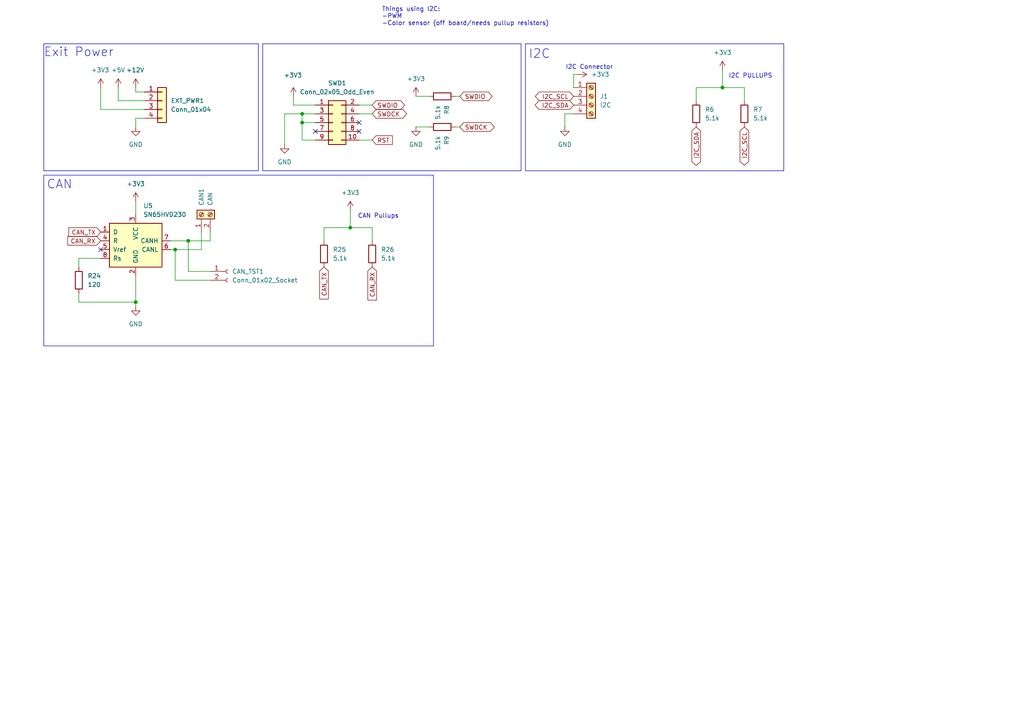
<source format=kicad_sch>
(kicad_sch (version 20231120) (generator "eeschema") (generator_version "8.0")
  (paper "A4")
  (lib_symbols
    (symbol "Connector:Conn_01x02_Socket" (pin_names (offset 1.016) hide)
      (property "Reference" "J" (at 0 2.54 0))
      (property "Value" "Conn_01x02_Socket" (at 0 -5.08 0))
      (symbol "Conn_01x02_Socket_1_1"
        (arc (start 0 -2.032) (mid -0.5058 -2.54) (end 0 -3.048) (stroke (width 0.1524)))
        (polyline (pts (xy -1.27 -2.54) (xy -0.508 -2.54)) (stroke (width 0.1524)))
        (polyline (pts (xy -1.27 0) (xy -0.508 0)) (stroke (width 0.1524)))
        (arc (start 0 0.508) (mid -0.5058 0) (end 0 -0.508) (stroke (width 0.1524)))
        (pin passive line (at -5.08 0 0) (length 3.81) (name "Pin_1") (number "1"))
        (pin passive line (at -5.08 -2.54 0) (length 3.81) (name "Pin_2") (number "2"))
      )
    )
    (symbol "Connector:Screw_Terminal_01x02" (pin_names (offset 1.016) hide)
      (property "Reference" "J" (at 0 2.54 0))
      (property "Value" "Screw_Terminal_01x02" (at 0 -5.08 0))
      (symbol "Screw_Terminal_01x02_1_1"
        (rectangle (start -1.27 1.27) (end 1.27 -3.81) (stroke (width 0.254)) (fill (type background)))
        (circle (center 0 -2.54) (radius 0.635) (stroke (width 0.1524)))
        (polyline (pts (xy -0.5334 -2.2098) (xy 0.3302 -3.048)) (stroke (width 0.1524)))
        (polyline (pts (xy -0.5334 0.3302) (xy 0.3302 -0.508)) (stroke (width 0.1524)))
        (polyline (pts (xy -0.3556 -2.032) (xy 0.508 -2.8702)) (stroke (width 0.1524)))
        (polyline (pts (xy -0.3556 0.508) (xy 0.508 -0.3302)) (stroke (width 0.1524)))
        (circle (center 0 0) (radius 0.635) (stroke (width 0.1524)))
        (pin passive line (at -5.08 0 0) (length 3.81) (name "Pin_1") (number "1"))
        (pin passive line (at -5.08 -2.54 0) (length 3.81) (name "Pin_2") (number "2"))
      )
    )
    (symbol "Connector:Screw_Terminal_01x04" (pin_names (offset 1.016) hide)
      (property "Reference" "J" (at 0 5.08 0))
      (property "Value" "Screw_Terminal_01x04" (at 0 -7.62 0))
      (symbol "Screw_Terminal_01x04_1_1"
        (rectangle (start -1.27 3.81) (end 1.27 -6.35) (stroke (width 0.254)) (fill (type background)))
        (circle (center 0 -5.08) (radius 0.635) (stroke (width 0.1524)))
        (circle (center 0 -2.54) (radius 0.635) (stroke (width 0.1524)))
        (polyline (pts (xy -0.5334 -4.7498) (xy 0.3302 -5.588)) (stroke (width 0.1524)))
        (polyline (pts (xy -0.5334 -2.2098) (xy 0.3302 -3.048)) (stroke (width 0.1524)))
        (polyline (pts (xy -0.5334 0.3302) (xy 0.3302 -0.508)) (stroke (width 0.1524)))
        (polyline (pts (xy -0.5334 2.8702) (xy 0.3302 2.032)) (stroke (width 0.1524)))
        (polyline (pts (xy -0.3556 -4.572) (xy 0.508 -5.4102)) (stroke (width 0.1524)))
        (polyline (pts (xy -0.3556 -2.032) (xy 0.508 -2.8702)) (stroke (width 0.1524)))
        (polyline (pts (xy -0.3556 0.508) (xy 0.508 -0.3302)) (stroke (width 0.1524)))
        (polyline (pts (xy -0.3556 3.048) (xy 0.508 2.2098)) (stroke (width 0.1524)))
        (circle (center 0 0) (radius 0.635) (stroke (width 0.1524)))
        (circle (center 0 2.54) (radius 0.635) (stroke (width 0.1524)))
        (pin passive line (at -5.08 2.54 0) (length 3.81) (name "Pin_1") (number "1"))
        (pin passive line (at -5.08 0 0) (length 3.81) (name "Pin_2") (number "2"))
        (pin passive line (at -5.08 -2.54 0) (length 3.81) (name "Pin_3") (number "3"))
        (pin passive line (at -5.08 -5.08 0) (length 3.81) (name "Pin_4") (number "4"))
      )
    )
    (symbol "Connector_Generic:Conn_01x04" (pin_names (offset 1.016) hide)
      (property "Reference" "J" (at 0 5.08 0))
      (property "Value" "Conn_01x04" (at 0 -7.62 0))
      (symbol "Conn_01x04_1_1"
        (rectangle (start -1.27 -4.953) (end 0 -5.207) (stroke (width 0.1524)))
        (rectangle (start -1.27 -2.413) (end 0 -2.667) (stroke (width 0.1524)))
        (rectangle (start -1.27 0.127) (end 0 -0.127) (stroke (width 0.1524)))
        (rectangle (start -1.27 2.667) (end 0 2.413) (stroke (width 0.1524)))
        (rectangle (start -1.27 3.81) (end 1.27 -6.35) (stroke (width 0.254)) (fill (type background)))
        (pin passive line (at -5.08 2.54 0) (length 3.81) (name "Pin_1") (number "1"))
        (pin passive line (at -5.08 0 0) (length 3.81) (name "Pin_2") (number "2"))
        (pin passive line (at -5.08 -2.54 0) (length 3.81) (name "Pin_3") (number "3"))
        (pin passive line (at -5.08 -5.08 0) (length 3.81) (name "Pin_4") (number "4"))
      )
    )
    (symbol "Connector_Generic:Conn_02x05_Odd_Even" (pin_names (offset 1.016) hide)
      (property "Reference" "SWD" (at 1.27 11.43 0))
      (property "Value" "Conn_02x05_Odd_Even" (at 1.27 8.89 0))
      (symbol "Conn_02x05_Odd_Even_1_1"
        (rectangle (start -1.27 -4.953) (end 0 -5.207) (stroke (width 0.1524)))
        (rectangle (start -1.27 -2.413) (end 0 -2.667) (stroke (width 0.1524)))
        (rectangle (start -1.27 0.127) (end 0 -0.127) (stroke (width 0.1524)))
        (rectangle (start -1.27 2.667) (end 0 2.413) (stroke (width 0.1524)))
        (rectangle (start -1.27 5.207) (end 0 4.953) (stroke (width 0.1524)))
        (rectangle (start -1.27 6.35) (end 3.81 -6.35) (stroke (width 0.254)) (fill (type background)))
        (rectangle (start 3.81 -4.953) (end 2.54 -5.207) (stroke (width 0.1524)))
        (rectangle (start 3.81 -2.413) (end 2.54 -2.667) (stroke (width 0.1524)))
        (rectangle (start 3.81 0.127) (end 2.54 -0.127) (stroke (width 0.1524)))
        (rectangle (start 3.81 2.667) (end 2.54 2.413) (stroke (width 0.1524)))
        (rectangle (start 3.81 5.207) (end 2.54 4.953) (stroke (width 0.1524)))
        (pin passive line (at -5.08 5.08 0) (length 3.81) (name "VCC") (number "1"))
        (pin passive line (at 7.62 -5.08 180) (length 3.81) (name "nRESET") (number "10"))
        (pin passive line (at 7.62 5.08 180) (length 3.81) (name "SWDIO/TM") (number "2"))
        (pin passive line (at -5.08 2.54 0) (length 3.81) (name "GND") (number "3"))
        (pin passive line (at 7.62 2.54 180) (length 3.81) (name "SWDCLK/TCK") (number "4"))
        (pin passive line (at -5.08 0 0) (length 3.81) (name "GND") (number "5"))
        (pin passive line (at 7.62 0 180) (length 3.81) (name "SWO/TDO") (number "6"))
        (pin passive line (at -5.08 -2.54 0) (length 3.81) (name "Pin_7") (number "7"))
        (pin passive line (at 7.62 -2.54 180) (length 3.81) (name "NC/TDI") (number "8"))
        (pin passive line (at -5.08 -5.08 0) (length 3.81) (name "GND_Detect") (number "9"))
      )
    )
    (symbol "Device:R" (pin_numbers hide) (pin_names (offset 0))
      (property "Reference" "R" (at 2.032 0 90))
      (property "Value" "R" (at 0 0 90))
      (symbol "R_0_1"
        (rectangle (start -1.016 -2.54) (end 1.016 2.54) (stroke (width 0.254)))
      )
      (symbol "R_1_1"
        (pin passive line (at 0 3.81 270) (length 1.27) (name "~") (number "1"))
        (pin passive line (at 0 -3.81 90) (length 1.27) (name "~") (number "2"))
      )
    )
    (symbol "Interface_CAN_LIN:SN65HVD230" (pin_names (offset 1.016))
      (property "Reference" "U" (at -2.54 10.16 0))
      (property "Value" "SN65HVD230" (at -2.54 7.62 0))
      (symbol "SN65HVD230_0_1"
        (rectangle (start -7.62 5.08) (end 7.62 -7.62) (stroke (width 0.254)) (fill (type background)))
      )
      (symbol "SN65HVD230_1_1"
        (pin input line (at -10.16 2.54 0) (length 2.54) (name "D") (number "1"))
        (pin power_in line (at 0 -10.16 90) (length 2.54) (name "GND") (number "2"))
        (pin power_in line (at 0 7.62 270) (length 2.54) (name "VCC") (number "3"))
        (pin output line (at -10.16 0 0) (length 2.54) (name "R") (number "4"))
        (pin output line (at -10.16 -2.54 0) (length 2.54) (name "Vref") (number "5"))
        (pin bidirectional line (at 10.16 -2.54 180) (length 2.54) (name "CANL") (number "6"))
        (pin bidirectional line (at 10.16 0 180) (length 2.54) (name "CANH") (number "7"))
        (pin input line (at -10.16 -5.08 0) (length 2.54) (name "Rs") (number "8"))
      )
    )
    (symbol "power:+24V" (power) (pin_numbers hide) (pin_names (offset 0) hide)
      (property "Value" "+24V" (at 0 3.556 0))
      (symbol "+24V_0_1"
        (polyline (pts (xy -0.762 1.27) (xy 0 2.54)))
        (polyline (pts (xy 0 0) (xy 0 2.54)))
        (polyline (pts (xy 0 2.54) (xy 0.762 1.27)))
      )
      (symbol "+24V_1_1"
        (pin power_in line (at 0 0 90) (length 0) (name "~") (number "1"))
      )
    )
    (symbol "power:+3.3V" (power) (pin_numbers hide) (pin_names (offset 0) hide)
      (property "Value" "+3.3V" (at 0 3.556 0))
      (symbol "+3.3V_0_1"
        (polyline (pts (xy -0.762 1.27) (xy 0 2.54)))
        (polyline (pts (xy 0 0) (xy 0 2.54)))
        (polyline (pts (xy 0 2.54) (xy 0.762 1.27)))
      )
      (symbol "+3.3V_1_1"
        (pin power_in line (at 0 0 90) (length 0) (name "~") (number "1"))
      )
    )
    (symbol "power:+3V3" (power) (pin_numbers hide) (pin_names (offset 0) hide)
      (property "Value" "+3V3" (at 0 3.556 0))
      (symbol "+3V3_0_1"
        (polyline (pts (xy -0.762 1.27) (xy 0 2.54)))
        (polyline (pts (xy 0 0) (xy 0 2.54)))
        (polyline (pts (xy 0 2.54) (xy 0.762 1.27)))
      )
      (symbol "+3V3_1_1"
        (pin power_in line (at 0 0 90) (length 0) (name "~") (number "1"))
      )
    )
    (symbol "power:+5V" (power) (pin_numbers hide) (pin_names (offset 0) hide)
      (property "Value" "+5V" (at 0 3.556 0))
      (symbol "+5V_0_1"
        (polyline (pts (xy -0.762 1.27) (xy 0 2.54)))
        (polyline (pts (xy 0 0) (xy 0 2.54)))
        (polyline (pts (xy 0 2.54) (xy 0.762 1.27)))
      )
      (symbol "+5V_1_1"
        (pin power_in line (at 0 0 90) (length 0) (name "~") (number "1"))
      )
    )
    (symbol "power:GND" (power) (pin_numbers hide) (pin_names (offset 0) hide)
      (property "Value" "GND" (at 0 -3.81 0))
      (symbol "GND_0_1"
        (polyline (pts (xy 0 0) (xy 0 -1.27) (xy 1.27 -1.27) (xy 0 -2.54) (xy -1.27 -1.27) (xy 0 -1.27)))
      )
      (symbol "GND_1_1"
        (pin power_in line (at 0 0 270) (length 0) (name "~") (number "1"))
      )
    )
  )
  (junction (at 209.55 25.4))
  (junction (at 54.61 69.85))
  (junction (at 39.37 87.63))
  (junction (at 87.63 35.56))
  (junction (at 50.8 72.39))
  (junction (at 101.6 66.04))
  (junction (at 87.63 33.02))
  (no_connect (at 104.14 35.56))
  (no_connect (at 29.21 72.39))
  (no_connect (at 104.14 38.1))
  (no_connect (at 91.44 38.1))
  (wire (pts (xy 58.42 72.39) (xy 58.42 67.31)))
  (wire (pts (xy 54.61 69.85) (xy 49.53 69.85)))
  (wire (pts (xy 54.61 78.74) (xy 60.96 78.74)))
  (wire (pts (xy 107.95 66.04) (xy 107.95 69.85)))
  (wire (pts (xy 101.6 66.04) (xy 107.95 66.04)))
  (wire (pts (xy 87.63 35.56) (xy 87.63 33.02)))
  (wire (pts (xy 215.9 25.4) (xy 215.9 29.21)))
  (wire (pts (xy 39.37 26.67) (xy 41.91 26.67)))
  (wire (pts (xy 93.98 69.85) (xy 93.98 66.04)))
  (wire (pts (xy 50.8 72.39) (xy 49.53 72.39)))
  (wire (pts (xy 54.61 69.85) (xy 60.96 69.85)))
  (wire (pts (xy 209.55 20.32) (xy 209.55 25.4)))
  (wire (pts (xy 104.14 33.02) (xy 107.95 33.02)))
  (wire (pts (xy 104.14 30.48) (xy 107.95 30.48)))
  (wire (pts (xy 22.86 85.09) (xy 22.86 87.63)))
  (wire (pts (xy 41.91 29.21) (xy 34.29 29.21)))
  (wire (pts (xy 41.91 31.75) (xy 29.21 31.75)))
  (wire (pts (xy 39.37 80.01) (xy 39.37 87.63)))
  (wire (pts (xy 82.55 33.02) (xy 82.55 41.91)))
  (wire (pts (xy 91.44 33.02) (xy 87.63 33.02)))
  (wire (pts (xy 93.98 66.04) (xy 101.6 66.04)))
  (wire (pts (xy 85.09 30.48) (xy 91.44 30.48)))
  (wire (pts (xy 120.65 36.83) (xy 124.46 36.83)))
  (wire (pts (xy 104.14 40.64) (xy 107.95 40.64)))
  (wire (pts (xy 29.21 74.93) (xy 22.86 74.93)))
  (wire (pts (xy 41.91 34.29) (xy 39.37 34.29)))
  (wire (pts (xy 91.44 40.64) (xy 87.63 40.64)))
  (wire (pts (xy 50.8 72.39) (xy 50.8 81.28)))
  (wire (pts (xy 163.83 33.02) (xy 163.83 36.83)))
  (wire (pts (xy 166.37 33.02) (xy 163.83 33.02)))
  (wire (pts (xy 50.8 72.39) (xy 58.42 72.39)))
  (wire (pts (xy 87.63 35.56) (xy 91.44 35.56)))
  (wire (pts (xy 22.86 87.63) (xy 39.37 87.63)))
  (wire (pts (xy 87.63 40.64) (xy 87.63 35.56)))
  (wire (pts (xy 209.55 25.4) (xy 215.9 25.4)))
  (wire (pts (xy 54.61 69.85) (xy 54.61 78.74)))
  (wire (pts (xy 87.63 33.02) (xy 82.55 33.02)))
  (wire (pts (xy 34.29 29.21) (xy 34.29 25.4)))
  (wire (pts (xy 201.93 25.4) (xy 209.55 25.4)))
  (wire (pts (xy 166.37 21.59) (xy 167.64 21.59)))
  (wire (pts (xy 85.09 27.94) (xy 85.09 30.48)))
  (wire (pts (xy 201.93 29.21) (xy 201.93 25.4)))
  (wire (pts (xy 50.8 81.28) (xy 60.96 81.28)))
  (wire (pts (xy 39.37 25.4) (xy 39.37 26.67)))
  (wire (pts (xy 39.37 34.29) (xy 39.37 36.83)))
  (wire (pts (xy 120.65 27.94) (xy 124.46 27.94)))
  (wire (pts (xy 39.37 87.63) (xy 39.37 88.9)))
  (wire (pts (xy 101.6 60.96) (xy 101.6 66.04)))
  (wire (pts (xy 29.21 31.75) (xy 29.21 25.4)))
  (wire (pts (xy 22.86 74.93) (xy 22.86 77.47)))
  (wire (pts (xy 133.35 27.94) (xy 132.08 27.94)))
  (wire (pts (xy 39.37 58.42) (xy 39.37 62.23)))
  (wire (pts (xy 133.35 36.83) (xy 132.08 36.83)))
  (wire (pts (xy 166.37 21.59) (xy 166.37 25.4)))
  (wire (pts (xy 60.96 69.85) (xy 60.96 67.31)))
  (rectangle (start 12.7 50.8) (end 125.73 100.33))
  (rectangle (start 152.4 12.7) (end 227.33 49.53))
  (rectangle (start 12.7 12.7) (end 74.93 49.53))
  (rectangle (start 76.2 12.7) (end 151.13 49.53))
  (text "CAN" (at 17.272 53.594 0) (effects (font (size 2.54 2.54))))
  (text "Exit Power\n" (at 22.86 15.24 0) (effects (font (size 2.54 2.54))))
  (text "I2C" (at 156.464 15.748 0) (effects (font (size 2.54 2.54))))
  (text "BREAKOUT checklist:\n\n" (at 10.414 -2.54 0) (effects (font (size 1.27 1.27))))
  (text "I2C PULLUPS" (at 217.678 22.098 0) (effects (font (size 1.27 1.27))))
  (text "Things using I2C:\n-PWM\n-Color sensor (off board/needs pullup resistors)" (at 110.744 4.826 0) (effects (font (size 1.27 1.27)) (justify left)))
  (text "I2C Connector\n" (at 170.942 19.558 0) (effects (font (size 1.27 1.27))))
  (text "CAN Pullups\n" (at 109.728 62.738 0) (effects (font (size 1.27 1.27))))
  (global_label "CAN_RX" (shape input) (at 107.95 77.47 270) (property "Intersheetrefs" "${INTERSHEET_REFS}" (effects (hide yes))))
  (global_label "SWDIO" (shape bidirectional) (at 107.95 30.48 0) (property "Intersheetrefs" "${INTERSHEET_REFS}" (effects (hide yes))))
  (global_label "CAN_TX" (shape input) (at 93.98 77.47 270) (property "Intersheetrefs" "${INTERSHEET_REFS}" (effects (hide yes))))
  (global_label "RST" (shape input) (at 107.95 40.64 0) (property "Intersheetrefs" "${INTERSHEET_REFS}" (effects (hide yes))))
  (global_label "I2C_SCL" (shape bidirectional) (at 215.9 36.83 270) (property "Intersheetrefs" "${INTERSHEET_REFS}" (effects (hide yes))))
  (global_label "CAN_TX" (shape input) (at 29.21 67.31 180) (property "Intersheetrefs" "${INTERSHEET_REFS}" (effects (hide yes))))
  (global_label "SWDIO" (shape bidirectional) (at 133.35 27.94 0) (property "Intersheetrefs" "${INTERSHEET_REFS}" (effects (hide yes))))
  (global_label "SWDCK" (shape bidirectional) (at 107.95 33.02 0) (property "Intersheetrefs" "${INTERSHEET_REFS}" (effects (hide yes))))
  (global_label "SWDCK" (shape bidirectional) (at 133.35 36.83 0) (property "Intersheetrefs" "${INTERSHEET_REFS}" (effects (hide yes))))
  (global_label "I2C_SCL" (shape bidirectional) (at 166.37 27.94 180) (property "Intersheetrefs" "${INTERSHEET_REFS}" (effects (hide yes))))
  (global_label "I2C_SDA" (shape bidirectional) (at 201.93 36.83 270) (property "Intersheetrefs" "${INTERSHEET_REFS}" (effects (hide yes))))
  (global_label "CAN_RX" (shape input) (at 29.21 69.85 180) (property "Intersheetrefs" "${INTERSHEET_REFS}" (effects (hide yes))))
  (global_label "I2C_SDA" (shape bidirectional) (at 166.37 30.48 180) (property "Intersheetrefs" "${INTERSHEET_REFS}" (effects (hide yes))))
  (symbol (lib_id "power:+5V") (at 34.29 25.4 0) (unit 1)
    (property "Reference" "#PWR043" (effects (hide yes)))
    (property "Value" "+5V" (at 34.29 20.32 0))
    (property "Description" "Power symbol creates a global label with name \"+5V\"" (effects (hide yes)))
  )
  (symbol (lib_id "power:+24V") (at 39.37 25.4 0) (unit 1)
    (property "Reference" "#PWR044" (effects (hide yes)))
    (property "Value" "+12V" (at 36.576 20.32 0) (effects (justify left)))
    (property "Description" "Power symbol creates a global label with name \"+24V\"" (effects (hide yes)))
  )
  (symbol (lib_id "Device:R") (at 93.98 73.66 180) (unit 1)
    (property "Reference" "R25" (at 96.52 72.3899 0) (effects (justify right)))
    (property "Value" "5.1k" (at 96.52 74.9299 0) (effects (justify right)))
    (property "Footprint" "Resistor_SMD:R_0603_1608Metric" (effects (hide yes)))
    (property "Description" "Resistor" (effects (hide yes)))
  )
  (symbol (lib_id "Device:R") (at 215.9 33.02 0) (unit 1)
    (property "Reference" "R7" (at 218.44 31.7499 0) (effects (justify left)))
    (property "Value" "5.1k" (at 218.44 34.2899 0) (effects (justify left)))
    (property "Footprint" "Resistor_SMD:R_0603_1608Metric" (effects (hide yes)))
    (property "Description" "Resistor" (effects (hide yes)))
  )
  (symbol (lib_id "Device:R") (at 128.27 27.94 90) (unit 1)
    (property "Reference" "R8" (at 129.5401 30.48 0) (effects (justify right)))
    (property "Value" "5.1k" (at 127.0001 30.48 0) (effects (justify right)))
    (property "Footprint" "Resistor_SMD:R_0603_1608Metric" (effects (hide yes)))
    (property "Description" "Resistor" (effects (hide yes)))
  )
  (symbol (lib_id "power:+3.3V") (at 101.6 60.96 0) (unit 1)
    (property "Reference" "#PWR076" (effects (hide yes)))
    (property "Value" "+3V3" (at 101.6 55.88 0))
    (property "Description" "Power symbol creates a global label with name \"+3.3V\"" (effects (hide yes)))
  )
  (symbol (lib_id "power:+3.3V") (at 85.09 27.94 0) (unit 1)
    (property "Reference" "#PWR065" (effects (hide yes)))
    (property "Value" "+3V3" (at 82.296 21.844 0) (effects (justify left)))
    (property "Description" "Power symbol creates a global label with name \"+3.3V\"" (effects (hide yes)))
  )
  (symbol (lib_id "power:GND") (at 163.83 36.83 0) (unit 1)
    (property "Reference" "#PWR038" (effects (hide yes)))
    (property "Value" "GND" (at 163.83 41.91 0))
    (property "Description" "Power symbol creates a global label with name \"GND\" , ground" (effects (hide yes)))
  )
  (symbol (lib_id "Interface_CAN_LIN:SN65HVD230") (at 39.37 69.85 0) (unit 1)
    (property "Reference" "U5" (at 41.5641 59.69 0) (effects (justify left)))
    (property "Value" "SN65HVD230" (at 41.5641 62.23 0) (effects (justify left)))
    (property "Footprint" "Package_SO:SOIC-8_3.9x4.9mm_P1.27mm" (effects (hide yes)))
    (property "Datasheet" "http://www.ti.com/lit/ds/symlink/sn65hvd230.pdf" (effects (hide yes)))
    (property "Description" "CAN Bus Transceivers, 3.3V, 1Mbps, Low-Power capabilities, SOIC-8" (effects (hide yes)))
  )
  (symbol (lib_id "Device:R") (at 22.86 81.28 180) (unit 1)
    (property "Reference" "R24" (at 25.4 80.0099 0) (effects (justify right)))
    (property "Value" "120" (at 25.4 82.5499 0) (effects (justify right)))
    (property "Footprint" "Resistor_SMD:R_0603_1608Metric" (effects (hide yes)))
    (property "Description" "Resistor" (effects (hide yes)))
  )
  (symbol (lib_id "Connector:Screw_Terminal_01x02") (at 58.42 62.23 90) (unit 1)
    (property "Reference" "CAN1" (at 58.4199 59.69 0) (effects (justify left)))
    (property "Value" "CAN" (at 60.9599 59.69 0) (effects (justify left)))
    (property "Footprint" "SJSU_common:Pluggable_Terminal_2.54mm_2P_Horizontal" (effects (hide yes)))
    (property "Description" "Generic screw terminal, single row, 01x02, script generated (kicad-library-utils/schlib/autogen/connector/)" (effects (hide yes)))
  )
  (symbol (lib_id "Device:R") (at 128.27 36.83 270) (unit 1)
    (property "Reference" "R9" (at 129.5401 39.37 0) (effects (justify left)))
    (property "Value" "5.1k" (at 127.0001 39.37 0) (effects (justify left)))
    (property "Footprint" "Resistor_SMD:R_0603_1608Metric" (effects (hide yes)))
    (property "Description" "Resistor" (effects (hide yes)))
  )
  (symbol (lib_id "Connector_Generic:Conn_02x05_Odd_Even") (at 96.52 35.56 0) (unit 1)
    (property "Reference" "SWD1" (at 97.79 24.13 0))
    (property "Value" "Conn_02x05_Odd_Even" (at 97.79 26.67 0))
    (property "Footprint" "SJSU_common:SWD_Conn" (effects (hide yes)))
    (property "Description" "Generic connector, double row, 02x05, odd/even pin numbering scheme (row 1 odd numbers, row 2 even numbers), script generated (kicad-library-utils/schlib/autogen/connector/)" (effects (hide yes)))
  )
  (symbol (lib_id "power:+3.3V") (at 167.64 21.59 270) (unit 1)
    (property "Reference" "#PWR037" (effects (hide yes)))
    (property "Value" "+3V3" (at 171.45 21.5899 90) (effects (justify left)))
    (property "Description" "Power symbol creates a global label with name \"+3.3V\"" (effects (hide yes)))
  )
  (symbol (lib_id "Connector:Conn_01x02_Socket") (at 66.04 78.74 0) (unit 1)
    (property "Reference" "CAN_TST1" (at 67.31 78.7399 0) (effects (justify left)))
    (property "Value" "Conn_01x02_Socket" (at 67.31 81.2799 0) (effects (justify left)))
    (property "Footprint" "Connector_PinHeader_2.54mm:PinHeader_1x02_P2.54mm_Vertical" (effects (hide yes)))
    (property "Description" "Generic connector, single row, 01x02, script generated" (effects (hide yes)))
  )
  (symbol (lib_id "power:+3.3V") (at 29.21 25.4 0) (unit 1)
    (property "Reference" "#PWR041" (effects (hide yes)))
    (property "Value" "+3V3" (at 26.416 20.32 0) (effects (justify left)))
    (property "Description" "Power symbol creates a global label with name \"+3.3V\"" (effects (hide yes)))
  )
  (symbol (lib_id "power:GND") (at 39.37 36.83 0) (unit 1)
    (property "Reference" "#PWR039" (effects (hide yes)))
    (property "Value" "GND" (at 39.37 41.91 0))
    (property "Description" "Power symbol creates a global label with name \"GND\" , ground" (effects (hide yes)))
  )
  (symbol (lib_id "power:+3.3V") (at 39.37 58.42 0) (unit 1)
    (property "Reference" "#PWR010" (effects (hide yes)))
    (property "Value" "+3V3" (at 39.37 53.34 0))
    (property "Description" "Power symbol creates a global label with name \"+3.3V\"" (effects (hide yes)))
  )
  (symbol (lib_id "Device:R") (at 107.95 73.66 0) (unit 1)
    (property "Reference" "R26" (at 110.49 72.3899 0) (effects (justify left)))
    (property "Value" "5.1k" (at 110.49 74.9299 0) (effects (justify left)))
    (property "Footprint" "Resistor_SMD:R_0603_1608Metric" (effects (hide yes)))
    (property "Description" "Resistor" (effects (hide yes)))
  )
  (symbol (lib_id "Connector:Screw_Terminal_01x04") (at 171.45 27.94 0) (unit 1)
    (property "Reference" "J1" (at 173.99 27.9399 0) (effects (justify left)))
    (property "Value" "I2C" (at 173.99 30.4799 0) (effects (justify left)))
    (property "Footprint" "SJSU_common:Pluggable_Terminal_2.54mm_4P_Horizontal" (effects (hide yes)))
    (property "Description" "Generic screw terminal, single row, 01x04, script generated (kicad-library-utils/schlib/autogen/connector/)" (effects (hide yes)))
  )
  (symbol (lib_id "power:GND") (at 39.37 88.9 0) (unit 1)
    (property "Reference" "#PWR011" (effects (hide yes)))
    (property "Value" "GND" (at 39.37 93.98 0))
    (property "Description" "Power symbol creates a global label with name \"GND\" , ground" (effects (hide yes)))
  )
  (symbol (lib_id "power:GND") (at 82.55 41.91 0) (unit 1)
    (property "Reference" "#PWR066" (effects (hide yes)))
    (property "Value" "GND" (at 82.55 46.99 0))
    (property "Description" "Power symbol creates a global label with name \"GND\" , ground" (effects (hide yes)))
  )
  (symbol (lib_id "Connector_Generic:Conn_01x04") (at 46.99 29.21 0) (unit 1)
    (property "Reference" "EXT_PWR1" (at 49.53 29.2099 0) (effects (justify left)))
    (property "Value" "Conn_01x04" (at 49.53 31.7499 0) (effects (justify left)))
    (property "Footprint" "Connector_PinHeader_2.54mm:PinHeader_1x04_P2.54mm_Vertical" (effects (hide yes)))
    (property "Description" "Generic connector, single row, 01x04, script generated (kicad-library-utils/schlib/autogen/connector/)" (effects (hide yes)))
  )
  (symbol (lib_id "power:+3V3") (at 120.65 27.94 0) (unit 1)
    (property "Reference" "#PWR071" (effects (hide yes)))
    (property "Value" "+3V3" (at 120.65 22.86 0))
    (property "Description" "Power symbol creates a global label with name \"+3V3\"" (effects (hide yes)))
  )
  (symbol (lib_id "Device:R") (at 201.93 33.02 180) (unit 1)
    (property "Reference" "R6" (at 204.47 31.7499 0) (effects (justify right)))
    (property "Value" "5.1k" (at 204.47 34.2899 0) (effects (justify right)))
    (property "Footprint" "Resistor_SMD:R_0603_1608Metric" (effects (hide yes)))
    (property "Description" "Resistor" (effects (hide yes)))
  )
  (symbol (lib_id "power:+3.3V") (at 209.55 20.32 0) (unit 1)
    (property "Reference" "#PWR077" (effects (hide yes)))
    (property "Value" "+3V3" (at 209.55 15.24 0))
    (property "Description" "Power symbol creates a global label with name \"+3.3V\"" (effects (hide yes)))
  )
  (symbol (lib_id "power:GND") (at 120.65 36.83 0) (unit 1)
    (property "Reference" "#PWR070" (effects (hide yes)))
    (property "Value" "GND" (at 120.65 41.91 0))
    (property "Description" "Power symbol creates a global label with name \"GND\" , ground" (effects (hide yes)))
  )
)
</source>
